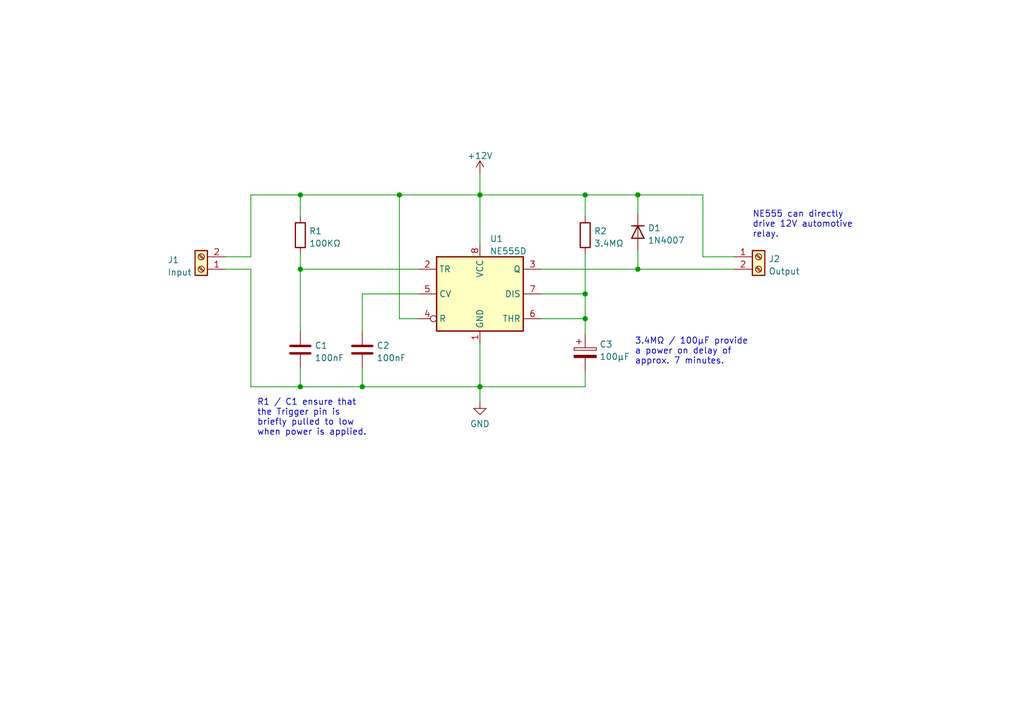
<source format=kicad_sch>
(kicad_sch (version 20211123) (generator eeschema)
  (paper "A5")
  (title_block (title "555 Delay Timer") (date "2024-09-29") (company "Copyright (C) 2024, Karim Hraibi") (comment 2 "by a time duration defined by the values of R2 and C3.") (comment 3 "This circuit delays the power on of an automotive relay"))
  (lib_symbols
    (symbol "Connector:Screw_Terminal_01x02" (pin_names (offset 1.016) hide)
      (property "Reference" "J" (at 0 2.54 0))
      (property "Value" "Screw_Terminal_01x02" (at 0 -5.08 0))
      (symbol "Screw_Terminal_01x02_1_1"
        (rectangle (start -1.27 1.27) (end 1.27 -3.81) (stroke (width 0.254)) (fill (type background)))
        (circle (center 0 -2.54) (radius 0.635) (stroke (width 0.1524)))
        (polyline (pts (xy -0.5334 -2.2098) (xy 0.3302 -3.048)) (stroke (width 0.1524)))
        (polyline (pts (xy -0.5334 0.3302) (xy 0.3302 -0.508)) (stroke (width 0.1524)))
        (polyline (pts (xy -0.3556 -2.032) (xy 0.508 -2.8702)) (stroke (width 0.1524)))
        (polyline (pts (xy -0.3556 0.508) (xy 0.508 -0.3302)) (stroke (width 0.1524)))
        (circle (center 0 0) (radius 0.635) (stroke (width 0.1524)))
        (pin passive line (at -5.08 0 0) (length 3.81) (name "Pin_1") (number "1"))
        (pin passive line (at -5.08 -2.54 0) (length 3.81) (name "Pin_2") (number "2"))
      )
    )
    (symbol "Device:C" (pin_numbers hide) (pin_names (offset 0.254))
      (property "Reference" "C" (at 0.635 2.54 0))
      (property "Value" "C" (at 0.635 -2.54 0))
      (symbol "C_0_1"
        (polyline (pts (xy -2.032 -0.762) (xy 2.032 -0.762)) (stroke (width 0.508)))
        (polyline (pts (xy -2.032 0.762) (xy 2.032 0.762)) (stroke (width 0.508)))
      )
      (symbol "C_1_1"
        (pin passive line (at 0 3.81 270) (length 2.794) (name "~") (number "1"))
        (pin passive line (at 0 -3.81 90) (length 2.794) (name "~") (number "2"))
      )
    )
    (symbol "Device:C_Polarized" (pin_numbers hide) (pin_names (offset 0.254))
      (property "Reference" "C" (at 0.635 2.54 0))
      (property "Value" "C_Polarized" (at 0.635 -2.54 0))
      (symbol "C_Polarized_0_1"
        (rectangle (start -2.286 0.508) (end 2.286 1.016))
        (polyline (pts (xy -1.778 2.286) (xy -0.762 2.286)))
        (polyline (pts (xy -1.27 2.794) (xy -1.27 1.778)))
        (rectangle (start 2.286 -0.508) (end -2.286 -1.016) (fill (type outline)))
      )
      (symbol "C_Polarized_1_1"
        (pin passive line (at 0 3.81 270) (length 2.794) (name "~") (number "1"))
        (pin passive line (at 0 -3.81 90) (length 2.794) (name "~") (number "2"))
      )
    )
    (symbol "Device:R" (pin_numbers hide) (pin_names (offset 0))
      (property "Reference" "R" (at 2.032 0 90))
      (property "Value" "R" (at 0 0 90))
      (symbol "R_0_1"
        (rectangle (start -1.016 -2.54) (end 1.016 2.54) (stroke (width 0.254)))
      )
      (symbol "R_1_1"
        (pin passive line (at 0 3.81 270) (length 1.27) (name "~") (number "1"))
        (pin passive line (at 0 -3.81 90) (length 1.27) (name "~") (number "2"))
      )
    )
    (symbol "Diode:1N4007" (pin_numbers hide) (pin_names (offset 1.016) hide)
      (property "Reference" "D" (at 0 2.54 0))
      (property "Value" "1N4007" (at 0 -2.54 0))
      (symbol "1N4007_0_1"
        (polyline (pts (xy -1.27 1.27) (xy -1.27 -1.27)) (stroke (width 0.254)))
        (polyline (pts (xy 1.27 0) (xy -1.27 0)))
        (polyline (pts (xy 1.27 1.27) (xy 1.27 -1.27) (xy -1.27 0) (xy 1.27 1.27)) (stroke (width 0.254)))
      )
      (symbol "1N4007_1_1"
        (pin passive line (at -3.81 0 0) (length 2.54) (name "K") (number "1"))
        (pin passive line (at 3.81 0 180) (length 2.54) (name "A") (number "2"))
      )
    )
    (symbol "Timer:NE555D"
      (property "Reference" "U" (at -10.16 8.89 0))
      (property "Value" "NE555D" (at 2.54 8.89 0))
      (symbol "NE555D_0_0"
        (pin power_in line (at 0 -10.16 90) (length 2.54) (name "GND") (number "1"))
        (pin power_in line (at 0 10.16 270) (length 2.54) (name "VCC") (number "8"))
      )
      (symbol "NE555D_0_1"
        (rectangle (start -8.89 -7.62) (end 8.89 7.62) (stroke (width 0.254)) (fill (type background)))
        (rectangle (start -8.89 -7.62) (end 8.89 7.62) (stroke (width 0.254)) (fill (type background)))
      )
      (symbol "NE555D_1_1"
        (pin input line (at -12.7 5.08 0) (length 3.81) (name "TR") (number "2"))
        (pin output line (at 12.7 5.08 180) (length 3.81) (name "Q") (number "3"))
        (pin input inverted (at -12.7 -5.08 0) (length 3.81) (name "R") (number "4"))
        (pin input line (at -12.7 0 0) (length 3.81) (name "CV") (number "5"))
        (pin input line (at 12.7 -5.08 180) (length 3.81) (name "THR") (number "6"))
        (pin input line (at 12.7 0 180) (length 3.81) (name "DIS") (number "7"))
      )
    )
    (symbol "power:+12V" (power) (pin_names (offset 0))
      (property "Value" "+12V" (at 0 3.556 0))
      (symbol "+12V_0_1"
        (polyline (pts (xy -0.762 1.27) (xy 0 2.54)))
        (polyline (pts (xy 0 0) (xy 0 2.54)))
        (polyline (pts (xy 0 2.54) (xy 0.762 1.27)))
      )
      (symbol "+12V_1_1"
        (pin power_in line (at 0 0 90) (length 0) hide (name "+12V") (number "1"))
      )
    )
    (symbol "power:GND" (power) (pin_names (offset 0))
      (property "Value" "GND" (at 0 -3.81 0))
      (symbol "GND_0_1"
        (polyline (pts (xy 0 0) (xy 0 -1.27) (xy 1.27 -1.27) (xy 0 -2.54) (xy -1.27 -1.27) (xy 0 -1.27)))
      )
      (symbol "GND_1_1"
        (pin power_in line (at 0 0 270) (length 0) hide (name "GND") (number "1"))
      )
    )
  )
  (junction (at 61.595 40.005))
  (junction (at 130.81 40.005))
  (junction (at 98.425 79.375))
  (junction (at 98.425 40.005))
  (junction (at 120.015 60.325))
  (junction (at 61.595 55.245))
  (junction (at 130.81 55.245))
  (junction (at 120.015 65.405))
  (junction (at 74.295 79.375))
  (junction (at 120.015 40.005))
  (junction (at 61.595 79.375))
  (junction (at 81.915 40.005))
  (wire (pts (xy 46.355 55.245) (xy 51.435 55.245)))
  (wire (pts (xy 98.425 79.375) (xy 98.425 82.55)))
  (wire (pts (xy 111.125 60.325) (xy 120.015 60.325)))
  (wire (pts (xy 130.81 51.435) (xy 130.81 55.245)))
  (wire (pts (xy 120.015 65.405) (xy 120.015 68.58)))
  (wire (pts (xy 46.355 52.705) (xy 51.435 52.705)))
  (wire (pts (xy 61.595 79.375) (xy 74.295 79.375)))
  (wire (pts (xy 120.015 76.2) (xy 120.015 79.375)))
  (wire (pts (xy 98.425 70.485) (xy 98.425 79.375)))
  (wire (pts (xy 51.435 55.245) (xy 51.435 79.375)))
  (wire (pts (xy 81.915 65.405) (xy 85.725 65.405)))
  (wire (pts (xy 51.435 40.005) (xy 51.435 52.705)))
  (wire (pts (xy 81.915 65.405) (xy 81.915 40.005)))
  (wire (pts (xy 98.425 40.005) (xy 98.425 50.165)))
  (wire (pts (xy 111.125 55.245) (xy 130.81 55.245)))
  (wire (pts (xy 144.145 40.005) (xy 130.81 40.005)))
  (wire (pts (xy 81.915 40.005) (xy 98.425 40.005)))
  (wire (pts (xy 120.015 60.325) (xy 120.015 65.405)))
  (wire (pts (xy 51.435 40.005) (xy 61.595 40.005)))
  (wire (pts (xy 130.81 40.005) (xy 120.015 40.005)))
  (wire (pts (xy 51.435 79.375) (xy 61.595 79.375)))
  (wire (pts (xy 130.81 55.245) (xy 150.495 55.245)))
  (wire (pts (xy 61.595 55.245) (xy 85.725 55.245)))
  (wire (pts (xy 144.145 52.705) (xy 144.145 40.005)))
  (wire (pts (xy 61.595 67.945) (xy 61.595 55.245)))
  (wire (pts (xy 98.425 35.56) (xy 98.425 40.005)))
  (wire (pts (xy 61.595 75.565) (xy 61.595 79.375)))
  (wire (pts (xy 144.145 52.705) (xy 150.495 52.705)))
  (wire (pts (xy 74.295 60.325) (xy 74.295 67.945)))
  (wire (pts (xy 98.425 40.005) (xy 120.015 40.005)))
  (wire (pts (xy 61.595 52.07) (xy 61.595 55.245)))
  (wire (pts (xy 61.595 40.005) (xy 81.915 40.005)))
  (wire (pts (xy 120.015 40.005) (xy 120.015 44.45)))
  (wire (pts (xy 111.125 65.405) (xy 120.015 65.405)))
  (wire (pts (xy 120.015 52.07) (xy 120.015 60.325)))
  (wire (pts (xy 120.015 79.375) (xy 98.425 79.375)))
  (wire (pts (xy 74.295 75.565) (xy 74.295 79.375)))
  (wire (pts (xy 130.81 40.005) (xy 130.81 43.815)))
  (wire (pts (xy 61.595 44.45) (xy 61.595 40.005)))
  (wire (pts (xy 85.725 60.325) (xy 74.295 60.325)))
  (wire (pts (xy 74.295 79.375) (xy 98.425 79.375)))
  (text "NE555 can directly\ndrive 12V automotive\nrelay." (at 154.305 48.895 0) (effects (font (size 1.27 1.27)) (justify left bottom)))
  (text "3.4MΩ / 100µF provide \na power on delay of \napprox. 7 minutes." (at 130.175 74.93 0) (effects (font (size 1.27 1.27)) (justify left bottom)))
  (text "R1 / C1 ensure that\nthe Trigger pin is\nbriefly pulled to low\nwhen power is applied. " (at 52.705 89.535 0) (effects (font (size 1.27 1.27)) (justify left bottom)))
  (symbol (lib_id "power:GND") (at 98.425 82.55 0) (unit 1)
    (property "Reference" "#PWR03" (effects hide))
    (property "Value" "GND" (at 98.425 86.9934 0))
  )
  (symbol (lib_id "Device:C") (at 61.595 71.755 0) (unit 1)
    (property "Reference" "C1" (at 64.516 70.9203 0) (effects (justify left)))
    (property "Value" "100nF" (at 64.516 73.4572 0) (effects (justify left)))
  )
  (symbol (lib_id "Device:C") (at 74.295 71.755 0) (unit 1)
    (property "Reference" "C2" (at 77.216 70.9203 0) (effects (justify left)))
    (property "Value" "100nF" (at 77.216 73.4572 0) (effects (justify left)))
  )
  (symbol (lib_id "Connector:Screw_Terminal_01x02") (at 155.575 52.705 0) (unit 1)
    (property "Reference" "J2" (at 157.607 53.1403 0) (effects (justify left)))
    (property "Value" "Output" (at 157.607 55.6772 0) (effects (justify left)))
  )
  (symbol (lib_id "Timer:NE555D") (at 98.425 60.325 0) (unit 1)
    (property "Reference" "U1" (at 100.4444 49.0052 0) (effects (justify left)))
    (property "Value" "NE555D" (at 100.4444 51.5421 0) (effects (justify left)))
    (property "Footprint" "Package_SO:SOIC-8_3.9x4.9mm_P1.27mm" (effects hide))
    (property "Datasheet" "http://www.ti.com/lit/ds/symlink/ne555.pdf" (effects hide))
  )
  (symbol (lib_id "Diode:1N4007") (at 130.81 47.625 270) (unit 1)
    (property "Reference" "D1" (at 132.842 46.7903 90) (effects (justify left)))
    (property "Value" "1N4007" (at 132.842 49.3272 90) (effects (justify left)))
    (property "Footprint" "Diode_THT:D_DO-41_SOD81_P10.16mm_Horizontal" (effects hide))
    (property "Datasheet" "http://www.vishay.com/docs/88503/1n4001.pdf" (effects hide))
  )
  (symbol (lib_id "Device:R") (at 120.015 48.26 0) (unit 1)
    (property "Reference" "R2" (at 121.793 47.4253 0) (effects (justify left)))
    (property "Value" "3.4MΩ" (at 121.793 49.9622 0) (effects (justify left)))
  )
  (symbol (lib_id "power:+12V") (at 98.425 35.56 0) (unit 1)
    (property "Reference" "#PWR02" (effects hide))
    (property "Value" "+12V" (at 98.425 31.9842 0))
  )
  (symbol (lib_id "Device:C_Polarized") (at 120.015 72.39 0) (unit 1)
    (property "Reference" "C3" (at 122.936 70.6663 0) (effects (justify left)))
    (property "Value" "100µF" (at 122.936 73.2032 0) (effects (justify left)))
  )
  (symbol (lib_id "Connector:Screw_Terminal_01x02") (at 41.275 55.245 180) (unit 1)
    (property "Reference" "J1" (at 35.56 53.34 0))
    (property "Value" "Input" (at 36.83 55.88 0))
  )
  (symbol (lib_id "Device:R") (at 61.595 48.26 0) (unit 1)
    (property "Reference" "R1" (at 63.373 47.4253 0) (effects (justify left)))
    (property "Value" "100KΩ" (at 63.373 49.9622 0) (effects (justify left)))
  )
)
</source>
